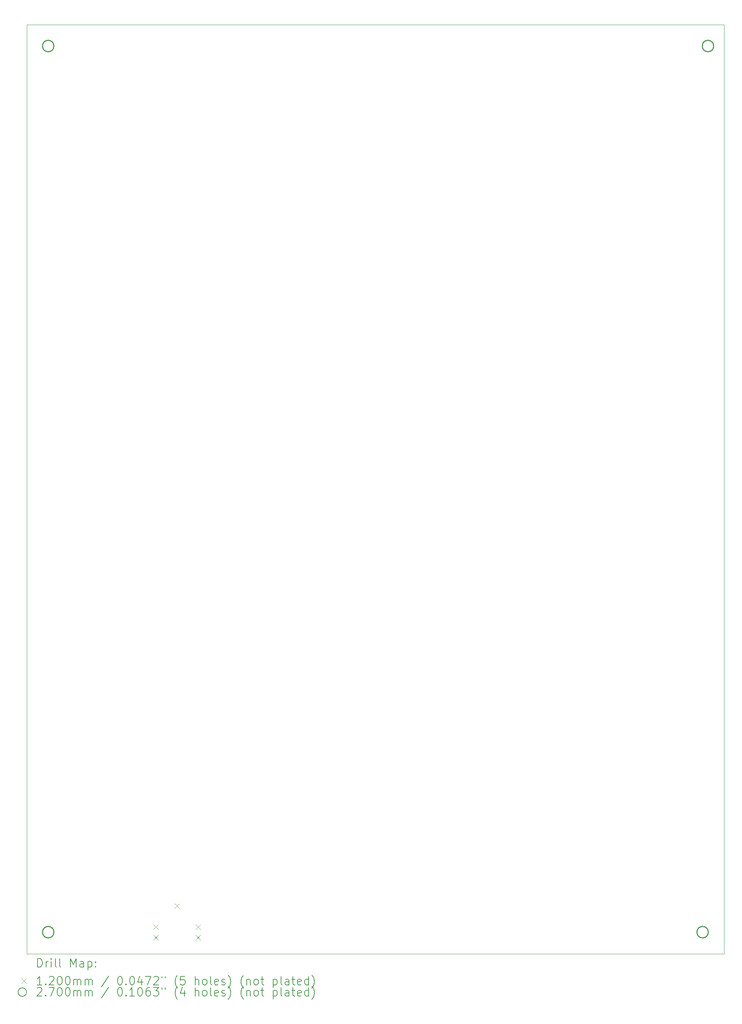
<source format=gbr>
%TF.GenerationSoftware,KiCad,Pcbnew,7.0.8*%
%TF.CreationDate,2023-11-23T11:52:35-06:00*%
%TF.ProjectId,calcvox-rounded,63616c63-766f-4782-9d72-6f756e646564,rev?*%
%TF.SameCoordinates,Original*%
%TF.FileFunction,Drillmap*%
%TF.FilePolarity,Positive*%
%FSLAX45Y45*%
G04 Gerber Fmt 4.5, Leading zero omitted, Abs format (unit mm)*
G04 Created by KiCad (PCBNEW 7.0.8) date 2023-11-23 11:52:35*
%MOMM*%
%LPD*%
G01*
G04 APERTURE LIST*
%ADD10C,0.100000*%
%ADD11C,0.200000*%
%ADD12C,0.120000*%
%ADD13C,0.270000*%
G04 APERTURE END LIST*
D10*
X37592000Y-35814000D02*
X21082000Y-35814000D01*
X21082000Y-13843000D01*
X37592000Y-13843000D01*
X37592000Y-35814000D01*
D11*
D12*
X24078000Y-35123000D02*
X24198000Y-35243000D01*
X24198000Y-35123000D02*
X24078000Y-35243000D01*
X24078000Y-35373000D02*
X24198000Y-35493000D01*
X24198000Y-35373000D02*
X24078000Y-35493000D01*
X24578000Y-34623000D02*
X24698000Y-34743000D01*
X24698000Y-34623000D02*
X24578000Y-34743000D01*
X25078000Y-35123000D02*
X25198000Y-35243000D01*
X25198000Y-35123000D02*
X25078000Y-35243000D01*
X25078000Y-35373000D02*
X25198000Y-35493000D01*
X25198000Y-35373000D02*
X25078000Y-35493000D01*
D13*
X21725000Y-14351000D02*
G75*
G03*
X21725000Y-14351000I-135000J0D01*
G01*
X21725000Y-35306000D02*
G75*
G03*
X21725000Y-35306000I-135000J0D01*
G01*
X37219000Y-35306000D02*
G75*
G03*
X37219000Y-35306000I-135000J0D01*
G01*
X37346000Y-14351000D02*
G75*
G03*
X37346000Y-14351000I-135000J0D01*
G01*
D11*
X21337777Y-36130484D02*
X21337777Y-35930484D01*
X21337777Y-35930484D02*
X21385396Y-35930484D01*
X21385396Y-35930484D02*
X21413967Y-35940008D01*
X21413967Y-35940008D02*
X21433015Y-35959055D01*
X21433015Y-35959055D02*
X21442539Y-35978103D01*
X21442539Y-35978103D02*
X21452063Y-36016198D01*
X21452063Y-36016198D02*
X21452063Y-36044770D01*
X21452063Y-36044770D02*
X21442539Y-36082865D01*
X21442539Y-36082865D02*
X21433015Y-36101912D01*
X21433015Y-36101912D02*
X21413967Y-36120960D01*
X21413967Y-36120960D02*
X21385396Y-36130484D01*
X21385396Y-36130484D02*
X21337777Y-36130484D01*
X21537777Y-36130484D02*
X21537777Y-35997150D01*
X21537777Y-36035246D02*
X21547301Y-36016198D01*
X21547301Y-36016198D02*
X21556824Y-36006674D01*
X21556824Y-36006674D02*
X21575872Y-35997150D01*
X21575872Y-35997150D02*
X21594920Y-35997150D01*
X21661586Y-36130484D02*
X21661586Y-35997150D01*
X21661586Y-35930484D02*
X21652063Y-35940008D01*
X21652063Y-35940008D02*
X21661586Y-35949531D01*
X21661586Y-35949531D02*
X21671110Y-35940008D01*
X21671110Y-35940008D02*
X21661586Y-35930484D01*
X21661586Y-35930484D02*
X21661586Y-35949531D01*
X21785396Y-36130484D02*
X21766348Y-36120960D01*
X21766348Y-36120960D02*
X21756824Y-36101912D01*
X21756824Y-36101912D02*
X21756824Y-35930484D01*
X21890158Y-36130484D02*
X21871110Y-36120960D01*
X21871110Y-36120960D02*
X21861586Y-36101912D01*
X21861586Y-36101912D02*
X21861586Y-35930484D01*
X22118729Y-36130484D02*
X22118729Y-35930484D01*
X22118729Y-35930484D02*
X22185396Y-36073341D01*
X22185396Y-36073341D02*
X22252063Y-35930484D01*
X22252063Y-35930484D02*
X22252063Y-36130484D01*
X22433015Y-36130484D02*
X22433015Y-36025722D01*
X22433015Y-36025722D02*
X22423491Y-36006674D01*
X22423491Y-36006674D02*
X22404443Y-35997150D01*
X22404443Y-35997150D02*
X22366348Y-35997150D01*
X22366348Y-35997150D02*
X22347301Y-36006674D01*
X22433015Y-36120960D02*
X22413967Y-36130484D01*
X22413967Y-36130484D02*
X22366348Y-36130484D01*
X22366348Y-36130484D02*
X22347301Y-36120960D01*
X22347301Y-36120960D02*
X22337777Y-36101912D01*
X22337777Y-36101912D02*
X22337777Y-36082865D01*
X22337777Y-36082865D02*
X22347301Y-36063817D01*
X22347301Y-36063817D02*
X22366348Y-36054293D01*
X22366348Y-36054293D02*
X22413967Y-36054293D01*
X22413967Y-36054293D02*
X22433015Y-36044770D01*
X22528253Y-35997150D02*
X22528253Y-36197150D01*
X22528253Y-36006674D02*
X22547301Y-35997150D01*
X22547301Y-35997150D02*
X22585396Y-35997150D01*
X22585396Y-35997150D02*
X22604443Y-36006674D01*
X22604443Y-36006674D02*
X22613967Y-36016198D01*
X22613967Y-36016198D02*
X22623491Y-36035246D01*
X22623491Y-36035246D02*
X22623491Y-36092389D01*
X22623491Y-36092389D02*
X22613967Y-36111436D01*
X22613967Y-36111436D02*
X22604443Y-36120960D01*
X22604443Y-36120960D02*
X22585396Y-36130484D01*
X22585396Y-36130484D02*
X22547301Y-36130484D01*
X22547301Y-36130484D02*
X22528253Y-36120960D01*
X22709205Y-36111436D02*
X22718729Y-36120960D01*
X22718729Y-36120960D02*
X22709205Y-36130484D01*
X22709205Y-36130484D02*
X22699682Y-36120960D01*
X22699682Y-36120960D02*
X22709205Y-36111436D01*
X22709205Y-36111436D02*
X22709205Y-36130484D01*
X22709205Y-36006674D02*
X22718729Y-36016198D01*
X22718729Y-36016198D02*
X22709205Y-36025722D01*
X22709205Y-36025722D02*
X22699682Y-36016198D01*
X22699682Y-36016198D02*
X22709205Y-36006674D01*
X22709205Y-36006674D02*
X22709205Y-36025722D01*
D12*
X20957000Y-36399000D02*
X21077000Y-36519000D01*
X21077000Y-36399000D02*
X20957000Y-36519000D01*
D11*
X21442539Y-36550484D02*
X21328253Y-36550484D01*
X21385396Y-36550484D02*
X21385396Y-36350484D01*
X21385396Y-36350484D02*
X21366348Y-36379055D01*
X21366348Y-36379055D02*
X21347301Y-36398103D01*
X21347301Y-36398103D02*
X21328253Y-36407627D01*
X21528253Y-36531436D02*
X21537777Y-36540960D01*
X21537777Y-36540960D02*
X21528253Y-36550484D01*
X21528253Y-36550484D02*
X21518729Y-36540960D01*
X21518729Y-36540960D02*
X21528253Y-36531436D01*
X21528253Y-36531436D02*
X21528253Y-36550484D01*
X21613967Y-36369531D02*
X21623491Y-36360008D01*
X21623491Y-36360008D02*
X21642539Y-36350484D01*
X21642539Y-36350484D02*
X21690158Y-36350484D01*
X21690158Y-36350484D02*
X21709205Y-36360008D01*
X21709205Y-36360008D02*
X21718729Y-36369531D01*
X21718729Y-36369531D02*
X21728253Y-36388579D01*
X21728253Y-36388579D02*
X21728253Y-36407627D01*
X21728253Y-36407627D02*
X21718729Y-36436198D01*
X21718729Y-36436198D02*
X21604444Y-36550484D01*
X21604444Y-36550484D02*
X21728253Y-36550484D01*
X21852063Y-36350484D02*
X21871110Y-36350484D01*
X21871110Y-36350484D02*
X21890158Y-36360008D01*
X21890158Y-36360008D02*
X21899682Y-36369531D01*
X21899682Y-36369531D02*
X21909205Y-36388579D01*
X21909205Y-36388579D02*
X21918729Y-36426674D01*
X21918729Y-36426674D02*
X21918729Y-36474293D01*
X21918729Y-36474293D02*
X21909205Y-36512389D01*
X21909205Y-36512389D02*
X21899682Y-36531436D01*
X21899682Y-36531436D02*
X21890158Y-36540960D01*
X21890158Y-36540960D02*
X21871110Y-36550484D01*
X21871110Y-36550484D02*
X21852063Y-36550484D01*
X21852063Y-36550484D02*
X21833015Y-36540960D01*
X21833015Y-36540960D02*
X21823491Y-36531436D01*
X21823491Y-36531436D02*
X21813967Y-36512389D01*
X21813967Y-36512389D02*
X21804444Y-36474293D01*
X21804444Y-36474293D02*
X21804444Y-36426674D01*
X21804444Y-36426674D02*
X21813967Y-36388579D01*
X21813967Y-36388579D02*
X21823491Y-36369531D01*
X21823491Y-36369531D02*
X21833015Y-36360008D01*
X21833015Y-36360008D02*
X21852063Y-36350484D01*
X22042539Y-36350484D02*
X22061586Y-36350484D01*
X22061586Y-36350484D02*
X22080634Y-36360008D01*
X22080634Y-36360008D02*
X22090158Y-36369531D01*
X22090158Y-36369531D02*
X22099682Y-36388579D01*
X22099682Y-36388579D02*
X22109205Y-36426674D01*
X22109205Y-36426674D02*
X22109205Y-36474293D01*
X22109205Y-36474293D02*
X22099682Y-36512389D01*
X22099682Y-36512389D02*
X22090158Y-36531436D01*
X22090158Y-36531436D02*
X22080634Y-36540960D01*
X22080634Y-36540960D02*
X22061586Y-36550484D01*
X22061586Y-36550484D02*
X22042539Y-36550484D01*
X22042539Y-36550484D02*
X22023491Y-36540960D01*
X22023491Y-36540960D02*
X22013967Y-36531436D01*
X22013967Y-36531436D02*
X22004444Y-36512389D01*
X22004444Y-36512389D02*
X21994920Y-36474293D01*
X21994920Y-36474293D02*
X21994920Y-36426674D01*
X21994920Y-36426674D02*
X22004444Y-36388579D01*
X22004444Y-36388579D02*
X22013967Y-36369531D01*
X22013967Y-36369531D02*
X22023491Y-36360008D01*
X22023491Y-36360008D02*
X22042539Y-36350484D01*
X22194920Y-36550484D02*
X22194920Y-36417150D01*
X22194920Y-36436198D02*
X22204444Y-36426674D01*
X22204444Y-36426674D02*
X22223491Y-36417150D01*
X22223491Y-36417150D02*
X22252063Y-36417150D01*
X22252063Y-36417150D02*
X22271110Y-36426674D01*
X22271110Y-36426674D02*
X22280634Y-36445722D01*
X22280634Y-36445722D02*
X22280634Y-36550484D01*
X22280634Y-36445722D02*
X22290158Y-36426674D01*
X22290158Y-36426674D02*
X22309205Y-36417150D01*
X22309205Y-36417150D02*
X22337777Y-36417150D01*
X22337777Y-36417150D02*
X22356825Y-36426674D01*
X22356825Y-36426674D02*
X22366348Y-36445722D01*
X22366348Y-36445722D02*
X22366348Y-36550484D01*
X22461586Y-36550484D02*
X22461586Y-36417150D01*
X22461586Y-36436198D02*
X22471110Y-36426674D01*
X22471110Y-36426674D02*
X22490158Y-36417150D01*
X22490158Y-36417150D02*
X22518729Y-36417150D01*
X22518729Y-36417150D02*
X22537777Y-36426674D01*
X22537777Y-36426674D02*
X22547301Y-36445722D01*
X22547301Y-36445722D02*
X22547301Y-36550484D01*
X22547301Y-36445722D02*
X22556824Y-36426674D01*
X22556824Y-36426674D02*
X22575872Y-36417150D01*
X22575872Y-36417150D02*
X22604443Y-36417150D01*
X22604443Y-36417150D02*
X22623491Y-36426674D01*
X22623491Y-36426674D02*
X22633015Y-36445722D01*
X22633015Y-36445722D02*
X22633015Y-36550484D01*
X23023491Y-36340960D02*
X22852063Y-36598103D01*
X23280634Y-36350484D02*
X23299682Y-36350484D01*
X23299682Y-36350484D02*
X23318729Y-36360008D01*
X23318729Y-36360008D02*
X23328253Y-36369531D01*
X23328253Y-36369531D02*
X23337777Y-36388579D01*
X23337777Y-36388579D02*
X23347301Y-36426674D01*
X23347301Y-36426674D02*
X23347301Y-36474293D01*
X23347301Y-36474293D02*
X23337777Y-36512389D01*
X23337777Y-36512389D02*
X23328253Y-36531436D01*
X23328253Y-36531436D02*
X23318729Y-36540960D01*
X23318729Y-36540960D02*
X23299682Y-36550484D01*
X23299682Y-36550484D02*
X23280634Y-36550484D01*
X23280634Y-36550484D02*
X23261586Y-36540960D01*
X23261586Y-36540960D02*
X23252063Y-36531436D01*
X23252063Y-36531436D02*
X23242539Y-36512389D01*
X23242539Y-36512389D02*
X23233015Y-36474293D01*
X23233015Y-36474293D02*
X23233015Y-36426674D01*
X23233015Y-36426674D02*
X23242539Y-36388579D01*
X23242539Y-36388579D02*
X23252063Y-36369531D01*
X23252063Y-36369531D02*
X23261586Y-36360008D01*
X23261586Y-36360008D02*
X23280634Y-36350484D01*
X23433015Y-36531436D02*
X23442539Y-36540960D01*
X23442539Y-36540960D02*
X23433015Y-36550484D01*
X23433015Y-36550484D02*
X23423491Y-36540960D01*
X23423491Y-36540960D02*
X23433015Y-36531436D01*
X23433015Y-36531436D02*
X23433015Y-36550484D01*
X23566348Y-36350484D02*
X23585396Y-36350484D01*
X23585396Y-36350484D02*
X23604444Y-36360008D01*
X23604444Y-36360008D02*
X23613967Y-36369531D01*
X23613967Y-36369531D02*
X23623491Y-36388579D01*
X23623491Y-36388579D02*
X23633015Y-36426674D01*
X23633015Y-36426674D02*
X23633015Y-36474293D01*
X23633015Y-36474293D02*
X23623491Y-36512389D01*
X23623491Y-36512389D02*
X23613967Y-36531436D01*
X23613967Y-36531436D02*
X23604444Y-36540960D01*
X23604444Y-36540960D02*
X23585396Y-36550484D01*
X23585396Y-36550484D02*
X23566348Y-36550484D01*
X23566348Y-36550484D02*
X23547301Y-36540960D01*
X23547301Y-36540960D02*
X23537777Y-36531436D01*
X23537777Y-36531436D02*
X23528253Y-36512389D01*
X23528253Y-36512389D02*
X23518729Y-36474293D01*
X23518729Y-36474293D02*
X23518729Y-36426674D01*
X23518729Y-36426674D02*
X23528253Y-36388579D01*
X23528253Y-36388579D02*
X23537777Y-36369531D01*
X23537777Y-36369531D02*
X23547301Y-36360008D01*
X23547301Y-36360008D02*
X23566348Y-36350484D01*
X23804444Y-36417150D02*
X23804444Y-36550484D01*
X23756825Y-36340960D02*
X23709206Y-36483817D01*
X23709206Y-36483817D02*
X23833015Y-36483817D01*
X23890158Y-36350484D02*
X24023491Y-36350484D01*
X24023491Y-36350484D02*
X23937777Y-36550484D01*
X24090158Y-36369531D02*
X24099682Y-36360008D01*
X24099682Y-36360008D02*
X24118729Y-36350484D01*
X24118729Y-36350484D02*
X24166348Y-36350484D01*
X24166348Y-36350484D02*
X24185396Y-36360008D01*
X24185396Y-36360008D02*
X24194920Y-36369531D01*
X24194920Y-36369531D02*
X24204444Y-36388579D01*
X24204444Y-36388579D02*
X24204444Y-36407627D01*
X24204444Y-36407627D02*
X24194920Y-36436198D01*
X24194920Y-36436198D02*
X24080634Y-36550484D01*
X24080634Y-36550484D02*
X24204444Y-36550484D01*
X24280634Y-36350484D02*
X24280634Y-36388579D01*
X24356825Y-36350484D02*
X24356825Y-36388579D01*
X24652063Y-36626674D02*
X24642539Y-36617150D01*
X24642539Y-36617150D02*
X24623491Y-36588579D01*
X24623491Y-36588579D02*
X24613968Y-36569531D01*
X24613968Y-36569531D02*
X24604444Y-36540960D01*
X24604444Y-36540960D02*
X24594920Y-36493341D01*
X24594920Y-36493341D02*
X24594920Y-36455246D01*
X24594920Y-36455246D02*
X24604444Y-36407627D01*
X24604444Y-36407627D02*
X24613968Y-36379055D01*
X24613968Y-36379055D02*
X24623491Y-36360008D01*
X24623491Y-36360008D02*
X24642539Y-36331436D01*
X24642539Y-36331436D02*
X24652063Y-36321912D01*
X24823491Y-36350484D02*
X24728253Y-36350484D01*
X24728253Y-36350484D02*
X24718729Y-36445722D01*
X24718729Y-36445722D02*
X24728253Y-36436198D01*
X24728253Y-36436198D02*
X24747301Y-36426674D01*
X24747301Y-36426674D02*
X24794920Y-36426674D01*
X24794920Y-36426674D02*
X24813968Y-36436198D01*
X24813968Y-36436198D02*
X24823491Y-36445722D01*
X24823491Y-36445722D02*
X24833015Y-36464770D01*
X24833015Y-36464770D02*
X24833015Y-36512389D01*
X24833015Y-36512389D02*
X24823491Y-36531436D01*
X24823491Y-36531436D02*
X24813968Y-36540960D01*
X24813968Y-36540960D02*
X24794920Y-36550484D01*
X24794920Y-36550484D02*
X24747301Y-36550484D01*
X24747301Y-36550484D02*
X24728253Y-36540960D01*
X24728253Y-36540960D02*
X24718729Y-36531436D01*
X25071110Y-36550484D02*
X25071110Y-36350484D01*
X25156825Y-36550484D02*
X25156825Y-36445722D01*
X25156825Y-36445722D02*
X25147301Y-36426674D01*
X25147301Y-36426674D02*
X25128253Y-36417150D01*
X25128253Y-36417150D02*
X25099682Y-36417150D01*
X25099682Y-36417150D02*
X25080634Y-36426674D01*
X25080634Y-36426674D02*
X25071110Y-36436198D01*
X25280634Y-36550484D02*
X25261587Y-36540960D01*
X25261587Y-36540960D02*
X25252063Y-36531436D01*
X25252063Y-36531436D02*
X25242539Y-36512389D01*
X25242539Y-36512389D02*
X25242539Y-36455246D01*
X25242539Y-36455246D02*
X25252063Y-36436198D01*
X25252063Y-36436198D02*
X25261587Y-36426674D01*
X25261587Y-36426674D02*
X25280634Y-36417150D01*
X25280634Y-36417150D02*
X25309206Y-36417150D01*
X25309206Y-36417150D02*
X25328253Y-36426674D01*
X25328253Y-36426674D02*
X25337777Y-36436198D01*
X25337777Y-36436198D02*
X25347301Y-36455246D01*
X25347301Y-36455246D02*
X25347301Y-36512389D01*
X25347301Y-36512389D02*
X25337777Y-36531436D01*
X25337777Y-36531436D02*
X25328253Y-36540960D01*
X25328253Y-36540960D02*
X25309206Y-36550484D01*
X25309206Y-36550484D02*
X25280634Y-36550484D01*
X25461587Y-36550484D02*
X25442539Y-36540960D01*
X25442539Y-36540960D02*
X25433015Y-36521912D01*
X25433015Y-36521912D02*
X25433015Y-36350484D01*
X25613968Y-36540960D02*
X25594920Y-36550484D01*
X25594920Y-36550484D02*
X25556825Y-36550484D01*
X25556825Y-36550484D02*
X25537777Y-36540960D01*
X25537777Y-36540960D02*
X25528253Y-36521912D01*
X25528253Y-36521912D02*
X25528253Y-36445722D01*
X25528253Y-36445722D02*
X25537777Y-36426674D01*
X25537777Y-36426674D02*
X25556825Y-36417150D01*
X25556825Y-36417150D02*
X25594920Y-36417150D01*
X25594920Y-36417150D02*
X25613968Y-36426674D01*
X25613968Y-36426674D02*
X25623491Y-36445722D01*
X25623491Y-36445722D02*
X25623491Y-36464770D01*
X25623491Y-36464770D02*
X25528253Y-36483817D01*
X25699682Y-36540960D02*
X25718730Y-36550484D01*
X25718730Y-36550484D02*
X25756825Y-36550484D01*
X25756825Y-36550484D02*
X25775872Y-36540960D01*
X25775872Y-36540960D02*
X25785396Y-36521912D01*
X25785396Y-36521912D02*
X25785396Y-36512389D01*
X25785396Y-36512389D02*
X25775872Y-36493341D01*
X25775872Y-36493341D02*
X25756825Y-36483817D01*
X25756825Y-36483817D02*
X25728253Y-36483817D01*
X25728253Y-36483817D02*
X25709206Y-36474293D01*
X25709206Y-36474293D02*
X25699682Y-36455246D01*
X25699682Y-36455246D02*
X25699682Y-36445722D01*
X25699682Y-36445722D02*
X25709206Y-36426674D01*
X25709206Y-36426674D02*
X25728253Y-36417150D01*
X25728253Y-36417150D02*
X25756825Y-36417150D01*
X25756825Y-36417150D02*
X25775872Y-36426674D01*
X25852063Y-36626674D02*
X25861587Y-36617150D01*
X25861587Y-36617150D02*
X25880634Y-36588579D01*
X25880634Y-36588579D02*
X25890158Y-36569531D01*
X25890158Y-36569531D02*
X25899682Y-36540960D01*
X25899682Y-36540960D02*
X25909206Y-36493341D01*
X25909206Y-36493341D02*
X25909206Y-36455246D01*
X25909206Y-36455246D02*
X25899682Y-36407627D01*
X25899682Y-36407627D02*
X25890158Y-36379055D01*
X25890158Y-36379055D02*
X25880634Y-36360008D01*
X25880634Y-36360008D02*
X25861587Y-36331436D01*
X25861587Y-36331436D02*
X25852063Y-36321912D01*
X26213968Y-36626674D02*
X26204444Y-36617150D01*
X26204444Y-36617150D02*
X26185396Y-36588579D01*
X26185396Y-36588579D02*
X26175872Y-36569531D01*
X26175872Y-36569531D02*
X26166349Y-36540960D01*
X26166349Y-36540960D02*
X26156825Y-36493341D01*
X26156825Y-36493341D02*
X26156825Y-36455246D01*
X26156825Y-36455246D02*
X26166349Y-36407627D01*
X26166349Y-36407627D02*
X26175872Y-36379055D01*
X26175872Y-36379055D02*
X26185396Y-36360008D01*
X26185396Y-36360008D02*
X26204444Y-36331436D01*
X26204444Y-36331436D02*
X26213968Y-36321912D01*
X26290158Y-36417150D02*
X26290158Y-36550484D01*
X26290158Y-36436198D02*
X26299682Y-36426674D01*
X26299682Y-36426674D02*
X26318730Y-36417150D01*
X26318730Y-36417150D02*
X26347301Y-36417150D01*
X26347301Y-36417150D02*
X26366349Y-36426674D01*
X26366349Y-36426674D02*
X26375872Y-36445722D01*
X26375872Y-36445722D02*
X26375872Y-36550484D01*
X26499682Y-36550484D02*
X26480634Y-36540960D01*
X26480634Y-36540960D02*
X26471111Y-36531436D01*
X26471111Y-36531436D02*
X26461587Y-36512389D01*
X26461587Y-36512389D02*
X26461587Y-36455246D01*
X26461587Y-36455246D02*
X26471111Y-36436198D01*
X26471111Y-36436198D02*
X26480634Y-36426674D01*
X26480634Y-36426674D02*
X26499682Y-36417150D01*
X26499682Y-36417150D02*
X26528253Y-36417150D01*
X26528253Y-36417150D02*
X26547301Y-36426674D01*
X26547301Y-36426674D02*
X26556825Y-36436198D01*
X26556825Y-36436198D02*
X26566349Y-36455246D01*
X26566349Y-36455246D02*
X26566349Y-36512389D01*
X26566349Y-36512389D02*
X26556825Y-36531436D01*
X26556825Y-36531436D02*
X26547301Y-36540960D01*
X26547301Y-36540960D02*
X26528253Y-36550484D01*
X26528253Y-36550484D02*
X26499682Y-36550484D01*
X26623492Y-36417150D02*
X26699682Y-36417150D01*
X26652063Y-36350484D02*
X26652063Y-36521912D01*
X26652063Y-36521912D02*
X26661587Y-36540960D01*
X26661587Y-36540960D02*
X26680634Y-36550484D01*
X26680634Y-36550484D02*
X26699682Y-36550484D01*
X26918730Y-36417150D02*
X26918730Y-36617150D01*
X26918730Y-36426674D02*
X26937777Y-36417150D01*
X26937777Y-36417150D02*
X26975873Y-36417150D01*
X26975873Y-36417150D02*
X26994920Y-36426674D01*
X26994920Y-36426674D02*
X27004444Y-36436198D01*
X27004444Y-36436198D02*
X27013968Y-36455246D01*
X27013968Y-36455246D02*
X27013968Y-36512389D01*
X27013968Y-36512389D02*
X27004444Y-36531436D01*
X27004444Y-36531436D02*
X26994920Y-36540960D01*
X26994920Y-36540960D02*
X26975873Y-36550484D01*
X26975873Y-36550484D02*
X26937777Y-36550484D01*
X26937777Y-36550484D02*
X26918730Y-36540960D01*
X27128253Y-36550484D02*
X27109206Y-36540960D01*
X27109206Y-36540960D02*
X27099682Y-36521912D01*
X27099682Y-36521912D02*
X27099682Y-36350484D01*
X27290158Y-36550484D02*
X27290158Y-36445722D01*
X27290158Y-36445722D02*
X27280634Y-36426674D01*
X27280634Y-36426674D02*
X27261587Y-36417150D01*
X27261587Y-36417150D02*
X27223492Y-36417150D01*
X27223492Y-36417150D02*
X27204444Y-36426674D01*
X27290158Y-36540960D02*
X27271111Y-36550484D01*
X27271111Y-36550484D02*
X27223492Y-36550484D01*
X27223492Y-36550484D02*
X27204444Y-36540960D01*
X27204444Y-36540960D02*
X27194920Y-36521912D01*
X27194920Y-36521912D02*
X27194920Y-36502865D01*
X27194920Y-36502865D02*
X27204444Y-36483817D01*
X27204444Y-36483817D02*
X27223492Y-36474293D01*
X27223492Y-36474293D02*
X27271111Y-36474293D01*
X27271111Y-36474293D02*
X27290158Y-36464770D01*
X27356825Y-36417150D02*
X27433015Y-36417150D01*
X27385396Y-36350484D02*
X27385396Y-36521912D01*
X27385396Y-36521912D02*
X27394920Y-36540960D01*
X27394920Y-36540960D02*
X27413968Y-36550484D01*
X27413968Y-36550484D02*
X27433015Y-36550484D01*
X27575873Y-36540960D02*
X27556825Y-36550484D01*
X27556825Y-36550484D02*
X27518730Y-36550484D01*
X27518730Y-36550484D02*
X27499682Y-36540960D01*
X27499682Y-36540960D02*
X27490158Y-36521912D01*
X27490158Y-36521912D02*
X27490158Y-36445722D01*
X27490158Y-36445722D02*
X27499682Y-36426674D01*
X27499682Y-36426674D02*
X27518730Y-36417150D01*
X27518730Y-36417150D02*
X27556825Y-36417150D01*
X27556825Y-36417150D02*
X27575873Y-36426674D01*
X27575873Y-36426674D02*
X27585396Y-36445722D01*
X27585396Y-36445722D02*
X27585396Y-36464770D01*
X27585396Y-36464770D02*
X27490158Y-36483817D01*
X27756825Y-36550484D02*
X27756825Y-36350484D01*
X27756825Y-36540960D02*
X27737777Y-36550484D01*
X27737777Y-36550484D02*
X27699682Y-36550484D01*
X27699682Y-36550484D02*
X27680634Y-36540960D01*
X27680634Y-36540960D02*
X27671111Y-36531436D01*
X27671111Y-36531436D02*
X27661587Y-36512389D01*
X27661587Y-36512389D02*
X27661587Y-36455246D01*
X27661587Y-36455246D02*
X27671111Y-36436198D01*
X27671111Y-36436198D02*
X27680634Y-36426674D01*
X27680634Y-36426674D02*
X27699682Y-36417150D01*
X27699682Y-36417150D02*
X27737777Y-36417150D01*
X27737777Y-36417150D02*
X27756825Y-36426674D01*
X27833015Y-36626674D02*
X27842539Y-36617150D01*
X27842539Y-36617150D02*
X27861587Y-36588579D01*
X27861587Y-36588579D02*
X27871111Y-36569531D01*
X27871111Y-36569531D02*
X27880634Y-36540960D01*
X27880634Y-36540960D02*
X27890158Y-36493341D01*
X27890158Y-36493341D02*
X27890158Y-36455246D01*
X27890158Y-36455246D02*
X27880634Y-36407627D01*
X27880634Y-36407627D02*
X27871111Y-36379055D01*
X27871111Y-36379055D02*
X27861587Y-36360008D01*
X27861587Y-36360008D02*
X27842539Y-36331436D01*
X27842539Y-36331436D02*
X27833015Y-36321912D01*
X21077000Y-36723000D02*
G75*
G03*
X21077000Y-36723000I-100000J0D01*
G01*
X21328253Y-36633531D02*
X21337777Y-36624008D01*
X21337777Y-36624008D02*
X21356824Y-36614484D01*
X21356824Y-36614484D02*
X21404444Y-36614484D01*
X21404444Y-36614484D02*
X21423491Y-36624008D01*
X21423491Y-36624008D02*
X21433015Y-36633531D01*
X21433015Y-36633531D02*
X21442539Y-36652579D01*
X21442539Y-36652579D02*
X21442539Y-36671627D01*
X21442539Y-36671627D02*
X21433015Y-36700198D01*
X21433015Y-36700198D02*
X21318729Y-36814484D01*
X21318729Y-36814484D02*
X21442539Y-36814484D01*
X21528253Y-36795436D02*
X21537777Y-36804960D01*
X21537777Y-36804960D02*
X21528253Y-36814484D01*
X21528253Y-36814484D02*
X21518729Y-36804960D01*
X21518729Y-36804960D02*
X21528253Y-36795436D01*
X21528253Y-36795436D02*
X21528253Y-36814484D01*
X21604444Y-36614484D02*
X21737777Y-36614484D01*
X21737777Y-36614484D02*
X21652063Y-36814484D01*
X21852063Y-36614484D02*
X21871110Y-36614484D01*
X21871110Y-36614484D02*
X21890158Y-36624008D01*
X21890158Y-36624008D02*
X21899682Y-36633531D01*
X21899682Y-36633531D02*
X21909205Y-36652579D01*
X21909205Y-36652579D02*
X21918729Y-36690674D01*
X21918729Y-36690674D02*
X21918729Y-36738293D01*
X21918729Y-36738293D02*
X21909205Y-36776389D01*
X21909205Y-36776389D02*
X21899682Y-36795436D01*
X21899682Y-36795436D02*
X21890158Y-36804960D01*
X21890158Y-36804960D02*
X21871110Y-36814484D01*
X21871110Y-36814484D02*
X21852063Y-36814484D01*
X21852063Y-36814484D02*
X21833015Y-36804960D01*
X21833015Y-36804960D02*
X21823491Y-36795436D01*
X21823491Y-36795436D02*
X21813967Y-36776389D01*
X21813967Y-36776389D02*
X21804444Y-36738293D01*
X21804444Y-36738293D02*
X21804444Y-36690674D01*
X21804444Y-36690674D02*
X21813967Y-36652579D01*
X21813967Y-36652579D02*
X21823491Y-36633531D01*
X21823491Y-36633531D02*
X21833015Y-36624008D01*
X21833015Y-36624008D02*
X21852063Y-36614484D01*
X22042539Y-36614484D02*
X22061586Y-36614484D01*
X22061586Y-36614484D02*
X22080634Y-36624008D01*
X22080634Y-36624008D02*
X22090158Y-36633531D01*
X22090158Y-36633531D02*
X22099682Y-36652579D01*
X22099682Y-36652579D02*
X22109205Y-36690674D01*
X22109205Y-36690674D02*
X22109205Y-36738293D01*
X22109205Y-36738293D02*
X22099682Y-36776389D01*
X22099682Y-36776389D02*
X22090158Y-36795436D01*
X22090158Y-36795436D02*
X22080634Y-36804960D01*
X22080634Y-36804960D02*
X22061586Y-36814484D01*
X22061586Y-36814484D02*
X22042539Y-36814484D01*
X22042539Y-36814484D02*
X22023491Y-36804960D01*
X22023491Y-36804960D02*
X22013967Y-36795436D01*
X22013967Y-36795436D02*
X22004444Y-36776389D01*
X22004444Y-36776389D02*
X21994920Y-36738293D01*
X21994920Y-36738293D02*
X21994920Y-36690674D01*
X21994920Y-36690674D02*
X22004444Y-36652579D01*
X22004444Y-36652579D02*
X22013967Y-36633531D01*
X22013967Y-36633531D02*
X22023491Y-36624008D01*
X22023491Y-36624008D02*
X22042539Y-36614484D01*
X22194920Y-36814484D02*
X22194920Y-36681150D01*
X22194920Y-36700198D02*
X22204444Y-36690674D01*
X22204444Y-36690674D02*
X22223491Y-36681150D01*
X22223491Y-36681150D02*
X22252063Y-36681150D01*
X22252063Y-36681150D02*
X22271110Y-36690674D01*
X22271110Y-36690674D02*
X22280634Y-36709722D01*
X22280634Y-36709722D02*
X22280634Y-36814484D01*
X22280634Y-36709722D02*
X22290158Y-36690674D01*
X22290158Y-36690674D02*
X22309205Y-36681150D01*
X22309205Y-36681150D02*
X22337777Y-36681150D01*
X22337777Y-36681150D02*
X22356825Y-36690674D01*
X22356825Y-36690674D02*
X22366348Y-36709722D01*
X22366348Y-36709722D02*
X22366348Y-36814484D01*
X22461586Y-36814484D02*
X22461586Y-36681150D01*
X22461586Y-36700198D02*
X22471110Y-36690674D01*
X22471110Y-36690674D02*
X22490158Y-36681150D01*
X22490158Y-36681150D02*
X22518729Y-36681150D01*
X22518729Y-36681150D02*
X22537777Y-36690674D01*
X22537777Y-36690674D02*
X22547301Y-36709722D01*
X22547301Y-36709722D02*
X22547301Y-36814484D01*
X22547301Y-36709722D02*
X22556824Y-36690674D01*
X22556824Y-36690674D02*
X22575872Y-36681150D01*
X22575872Y-36681150D02*
X22604443Y-36681150D01*
X22604443Y-36681150D02*
X22623491Y-36690674D01*
X22623491Y-36690674D02*
X22633015Y-36709722D01*
X22633015Y-36709722D02*
X22633015Y-36814484D01*
X23023491Y-36604960D02*
X22852063Y-36862103D01*
X23280634Y-36614484D02*
X23299682Y-36614484D01*
X23299682Y-36614484D02*
X23318729Y-36624008D01*
X23318729Y-36624008D02*
X23328253Y-36633531D01*
X23328253Y-36633531D02*
X23337777Y-36652579D01*
X23337777Y-36652579D02*
X23347301Y-36690674D01*
X23347301Y-36690674D02*
X23347301Y-36738293D01*
X23347301Y-36738293D02*
X23337777Y-36776389D01*
X23337777Y-36776389D02*
X23328253Y-36795436D01*
X23328253Y-36795436D02*
X23318729Y-36804960D01*
X23318729Y-36804960D02*
X23299682Y-36814484D01*
X23299682Y-36814484D02*
X23280634Y-36814484D01*
X23280634Y-36814484D02*
X23261586Y-36804960D01*
X23261586Y-36804960D02*
X23252063Y-36795436D01*
X23252063Y-36795436D02*
X23242539Y-36776389D01*
X23242539Y-36776389D02*
X23233015Y-36738293D01*
X23233015Y-36738293D02*
X23233015Y-36690674D01*
X23233015Y-36690674D02*
X23242539Y-36652579D01*
X23242539Y-36652579D02*
X23252063Y-36633531D01*
X23252063Y-36633531D02*
X23261586Y-36624008D01*
X23261586Y-36624008D02*
X23280634Y-36614484D01*
X23433015Y-36795436D02*
X23442539Y-36804960D01*
X23442539Y-36804960D02*
X23433015Y-36814484D01*
X23433015Y-36814484D02*
X23423491Y-36804960D01*
X23423491Y-36804960D02*
X23433015Y-36795436D01*
X23433015Y-36795436D02*
X23433015Y-36814484D01*
X23633015Y-36814484D02*
X23518729Y-36814484D01*
X23575872Y-36814484D02*
X23575872Y-36614484D01*
X23575872Y-36614484D02*
X23556825Y-36643055D01*
X23556825Y-36643055D02*
X23537777Y-36662103D01*
X23537777Y-36662103D02*
X23518729Y-36671627D01*
X23756825Y-36614484D02*
X23775872Y-36614484D01*
X23775872Y-36614484D02*
X23794920Y-36624008D01*
X23794920Y-36624008D02*
X23804444Y-36633531D01*
X23804444Y-36633531D02*
X23813967Y-36652579D01*
X23813967Y-36652579D02*
X23823491Y-36690674D01*
X23823491Y-36690674D02*
X23823491Y-36738293D01*
X23823491Y-36738293D02*
X23813967Y-36776389D01*
X23813967Y-36776389D02*
X23804444Y-36795436D01*
X23804444Y-36795436D02*
X23794920Y-36804960D01*
X23794920Y-36804960D02*
X23775872Y-36814484D01*
X23775872Y-36814484D02*
X23756825Y-36814484D01*
X23756825Y-36814484D02*
X23737777Y-36804960D01*
X23737777Y-36804960D02*
X23728253Y-36795436D01*
X23728253Y-36795436D02*
X23718729Y-36776389D01*
X23718729Y-36776389D02*
X23709206Y-36738293D01*
X23709206Y-36738293D02*
X23709206Y-36690674D01*
X23709206Y-36690674D02*
X23718729Y-36652579D01*
X23718729Y-36652579D02*
X23728253Y-36633531D01*
X23728253Y-36633531D02*
X23737777Y-36624008D01*
X23737777Y-36624008D02*
X23756825Y-36614484D01*
X23994920Y-36614484D02*
X23956825Y-36614484D01*
X23956825Y-36614484D02*
X23937777Y-36624008D01*
X23937777Y-36624008D02*
X23928253Y-36633531D01*
X23928253Y-36633531D02*
X23909206Y-36662103D01*
X23909206Y-36662103D02*
X23899682Y-36700198D01*
X23899682Y-36700198D02*
X23899682Y-36776389D01*
X23899682Y-36776389D02*
X23909206Y-36795436D01*
X23909206Y-36795436D02*
X23918729Y-36804960D01*
X23918729Y-36804960D02*
X23937777Y-36814484D01*
X23937777Y-36814484D02*
X23975872Y-36814484D01*
X23975872Y-36814484D02*
X23994920Y-36804960D01*
X23994920Y-36804960D02*
X24004444Y-36795436D01*
X24004444Y-36795436D02*
X24013967Y-36776389D01*
X24013967Y-36776389D02*
X24013967Y-36728770D01*
X24013967Y-36728770D02*
X24004444Y-36709722D01*
X24004444Y-36709722D02*
X23994920Y-36700198D01*
X23994920Y-36700198D02*
X23975872Y-36690674D01*
X23975872Y-36690674D02*
X23937777Y-36690674D01*
X23937777Y-36690674D02*
X23918729Y-36700198D01*
X23918729Y-36700198D02*
X23909206Y-36709722D01*
X23909206Y-36709722D02*
X23899682Y-36728770D01*
X24080634Y-36614484D02*
X24204444Y-36614484D01*
X24204444Y-36614484D02*
X24137777Y-36690674D01*
X24137777Y-36690674D02*
X24166348Y-36690674D01*
X24166348Y-36690674D02*
X24185396Y-36700198D01*
X24185396Y-36700198D02*
X24194920Y-36709722D01*
X24194920Y-36709722D02*
X24204444Y-36728770D01*
X24204444Y-36728770D02*
X24204444Y-36776389D01*
X24204444Y-36776389D02*
X24194920Y-36795436D01*
X24194920Y-36795436D02*
X24185396Y-36804960D01*
X24185396Y-36804960D02*
X24166348Y-36814484D01*
X24166348Y-36814484D02*
X24109206Y-36814484D01*
X24109206Y-36814484D02*
X24090158Y-36804960D01*
X24090158Y-36804960D02*
X24080634Y-36795436D01*
X24280634Y-36614484D02*
X24280634Y-36652579D01*
X24356825Y-36614484D02*
X24356825Y-36652579D01*
X24652063Y-36890674D02*
X24642539Y-36881150D01*
X24642539Y-36881150D02*
X24623491Y-36852579D01*
X24623491Y-36852579D02*
X24613968Y-36833531D01*
X24613968Y-36833531D02*
X24604444Y-36804960D01*
X24604444Y-36804960D02*
X24594920Y-36757341D01*
X24594920Y-36757341D02*
X24594920Y-36719246D01*
X24594920Y-36719246D02*
X24604444Y-36671627D01*
X24604444Y-36671627D02*
X24613968Y-36643055D01*
X24613968Y-36643055D02*
X24623491Y-36624008D01*
X24623491Y-36624008D02*
X24642539Y-36595436D01*
X24642539Y-36595436D02*
X24652063Y-36585912D01*
X24813968Y-36681150D02*
X24813968Y-36814484D01*
X24766348Y-36604960D02*
X24718729Y-36747817D01*
X24718729Y-36747817D02*
X24842539Y-36747817D01*
X25071110Y-36814484D02*
X25071110Y-36614484D01*
X25156825Y-36814484D02*
X25156825Y-36709722D01*
X25156825Y-36709722D02*
X25147301Y-36690674D01*
X25147301Y-36690674D02*
X25128253Y-36681150D01*
X25128253Y-36681150D02*
X25099682Y-36681150D01*
X25099682Y-36681150D02*
X25080634Y-36690674D01*
X25080634Y-36690674D02*
X25071110Y-36700198D01*
X25280634Y-36814484D02*
X25261587Y-36804960D01*
X25261587Y-36804960D02*
X25252063Y-36795436D01*
X25252063Y-36795436D02*
X25242539Y-36776389D01*
X25242539Y-36776389D02*
X25242539Y-36719246D01*
X25242539Y-36719246D02*
X25252063Y-36700198D01*
X25252063Y-36700198D02*
X25261587Y-36690674D01*
X25261587Y-36690674D02*
X25280634Y-36681150D01*
X25280634Y-36681150D02*
X25309206Y-36681150D01*
X25309206Y-36681150D02*
X25328253Y-36690674D01*
X25328253Y-36690674D02*
X25337777Y-36700198D01*
X25337777Y-36700198D02*
X25347301Y-36719246D01*
X25347301Y-36719246D02*
X25347301Y-36776389D01*
X25347301Y-36776389D02*
X25337777Y-36795436D01*
X25337777Y-36795436D02*
X25328253Y-36804960D01*
X25328253Y-36804960D02*
X25309206Y-36814484D01*
X25309206Y-36814484D02*
X25280634Y-36814484D01*
X25461587Y-36814484D02*
X25442539Y-36804960D01*
X25442539Y-36804960D02*
X25433015Y-36785912D01*
X25433015Y-36785912D02*
X25433015Y-36614484D01*
X25613968Y-36804960D02*
X25594920Y-36814484D01*
X25594920Y-36814484D02*
X25556825Y-36814484D01*
X25556825Y-36814484D02*
X25537777Y-36804960D01*
X25537777Y-36804960D02*
X25528253Y-36785912D01*
X25528253Y-36785912D02*
X25528253Y-36709722D01*
X25528253Y-36709722D02*
X25537777Y-36690674D01*
X25537777Y-36690674D02*
X25556825Y-36681150D01*
X25556825Y-36681150D02*
X25594920Y-36681150D01*
X25594920Y-36681150D02*
X25613968Y-36690674D01*
X25613968Y-36690674D02*
X25623491Y-36709722D01*
X25623491Y-36709722D02*
X25623491Y-36728770D01*
X25623491Y-36728770D02*
X25528253Y-36747817D01*
X25699682Y-36804960D02*
X25718730Y-36814484D01*
X25718730Y-36814484D02*
X25756825Y-36814484D01*
X25756825Y-36814484D02*
X25775872Y-36804960D01*
X25775872Y-36804960D02*
X25785396Y-36785912D01*
X25785396Y-36785912D02*
X25785396Y-36776389D01*
X25785396Y-36776389D02*
X25775872Y-36757341D01*
X25775872Y-36757341D02*
X25756825Y-36747817D01*
X25756825Y-36747817D02*
X25728253Y-36747817D01*
X25728253Y-36747817D02*
X25709206Y-36738293D01*
X25709206Y-36738293D02*
X25699682Y-36719246D01*
X25699682Y-36719246D02*
X25699682Y-36709722D01*
X25699682Y-36709722D02*
X25709206Y-36690674D01*
X25709206Y-36690674D02*
X25728253Y-36681150D01*
X25728253Y-36681150D02*
X25756825Y-36681150D01*
X25756825Y-36681150D02*
X25775872Y-36690674D01*
X25852063Y-36890674D02*
X25861587Y-36881150D01*
X25861587Y-36881150D02*
X25880634Y-36852579D01*
X25880634Y-36852579D02*
X25890158Y-36833531D01*
X25890158Y-36833531D02*
X25899682Y-36804960D01*
X25899682Y-36804960D02*
X25909206Y-36757341D01*
X25909206Y-36757341D02*
X25909206Y-36719246D01*
X25909206Y-36719246D02*
X25899682Y-36671627D01*
X25899682Y-36671627D02*
X25890158Y-36643055D01*
X25890158Y-36643055D02*
X25880634Y-36624008D01*
X25880634Y-36624008D02*
X25861587Y-36595436D01*
X25861587Y-36595436D02*
X25852063Y-36585912D01*
X26213968Y-36890674D02*
X26204444Y-36881150D01*
X26204444Y-36881150D02*
X26185396Y-36852579D01*
X26185396Y-36852579D02*
X26175872Y-36833531D01*
X26175872Y-36833531D02*
X26166349Y-36804960D01*
X26166349Y-36804960D02*
X26156825Y-36757341D01*
X26156825Y-36757341D02*
X26156825Y-36719246D01*
X26156825Y-36719246D02*
X26166349Y-36671627D01*
X26166349Y-36671627D02*
X26175872Y-36643055D01*
X26175872Y-36643055D02*
X26185396Y-36624008D01*
X26185396Y-36624008D02*
X26204444Y-36595436D01*
X26204444Y-36595436D02*
X26213968Y-36585912D01*
X26290158Y-36681150D02*
X26290158Y-36814484D01*
X26290158Y-36700198D02*
X26299682Y-36690674D01*
X26299682Y-36690674D02*
X26318730Y-36681150D01*
X26318730Y-36681150D02*
X26347301Y-36681150D01*
X26347301Y-36681150D02*
X26366349Y-36690674D01*
X26366349Y-36690674D02*
X26375872Y-36709722D01*
X26375872Y-36709722D02*
X26375872Y-36814484D01*
X26499682Y-36814484D02*
X26480634Y-36804960D01*
X26480634Y-36804960D02*
X26471111Y-36795436D01*
X26471111Y-36795436D02*
X26461587Y-36776389D01*
X26461587Y-36776389D02*
X26461587Y-36719246D01*
X26461587Y-36719246D02*
X26471111Y-36700198D01*
X26471111Y-36700198D02*
X26480634Y-36690674D01*
X26480634Y-36690674D02*
X26499682Y-36681150D01*
X26499682Y-36681150D02*
X26528253Y-36681150D01*
X26528253Y-36681150D02*
X26547301Y-36690674D01*
X26547301Y-36690674D02*
X26556825Y-36700198D01*
X26556825Y-36700198D02*
X26566349Y-36719246D01*
X26566349Y-36719246D02*
X26566349Y-36776389D01*
X26566349Y-36776389D02*
X26556825Y-36795436D01*
X26556825Y-36795436D02*
X26547301Y-36804960D01*
X26547301Y-36804960D02*
X26528253Y-36814484D01*
X26528253Y-36814484D02*
X26499682Y-36814484D01*
X26623492Y-36681150D02*
X26699682Y-36681150D01*
X26652063Y-36614484D02*
X26652063Y-36785912D01*
X26652063Y-36785912D02*
X26661587Y-36804960D01*
X26661587Y-36804960D02*
X26680634Y-36814484D01*
X26680634Y-36814484D02*
X26699682Y-36814484D01*
X26918730Y-36681150D02*
X26918730Y-36881150D01*
X26918730Y-36690674D02*
X26937777Y-36681150D01*
X26937777Y-36681150D02*
X26975873Y-36681150D01*
X26975873Y-36681150D02*
X26994920Y-36690674D01*
X26994920Y-36690674D02*
X27004444Y-36700198D01*
X27004444Y-36700198D02*
X27013968Y-36719246D01*
X27013968Y-36719246D02*
X27013968Y-36776389D01*
X27013968Y-36776389D02*
X27004444Y-36795436D01*
X27004444Y-36795436D02*
X26994920Y-36804960D01*
X26994920Y-36804960D02*
X26975873Y-36814484D01*
X26975873Y-36814484D02*
X26937777Y-36814484D01*
X26937777Y-36814484D02*
X26918730Y-36804960D01*
X27128253Y-36814484D02*
X27109206Y-36804960D01*
X27109206Y-36804960D02*
X27099682Y-36785912D01*
X27099682Y-36785912D02*
X27099682Y-36614484D01*
X27290158Y-36814484D02*
X27290158Y-36709722D01*
X27290158Y-36709722D02*
X27280634Y-36690674D01*
X27280634Y-36690674D02*
X27261587Y-36681150D01*
X27261587Y-36681150D02*
X27223492Y-36681150D01*
X27223492Y-36681150D02*
X27204444Y-36690674D01*
X27290158Y-36804960D02*
X27271111Y-36814484D01*
X27271111Y-36814484D02*
X27223492Y-36814484D01*
X27223492Y-36814484D02*
X27204444Y-36804960D01*
X27204444Y-36804960D02*
X27194920Y-36785912D01*
X27194920Y-36785912D02*
X27194920Y-36766865D01*
X27194920Y-36766865D02*
X27204444Y-36747817D01*
X27204444Y-36747817D02*
X27223492Y-36738293D01*
X27223492Y-36738293D02*
X27271111Y-36738293D01*
X27271111Y-36738293D02*
X27290158Y-36728770D01*
X27356825Y-36681150D02*
X27433015Y-36681150D01*
X27385396Y-36614484D02*
X27385396Y-36785912D01*
X27385396Y-36785912D02*
X27394920Y-36804960D01*
X27394920Y-36804960D02*
X27413968Y-36814484D01*
X27413968Y-36814484D02*
X27433015Y-36814484D01*
X27575873Y-36804960D02*
X27556825Y-36814484D01*
X27556825Y-36814484D02*
X27518730Y-36814484D01*
X27518730Y-36814484D02*
X27499682Y-36804960D01*
X27499682Y-36804960D02*
X27490158Y-36785912D01*
X27490158Y-36785912D02*
X27490158Y-36709722D01*
X27490158Y-36709722D02*
X27499682Y-36690674D01*
X27499682Y-36690674D02*
X27518730Y-36681150D01*
X27518730Y-36681150D02*
X27556825Y-36681150D01*
X27556825Y-36681150D02*
X27575873Y-36690674D01*
X27575873Y-36690674D02*
X27585396Y-36709722D01*
X27585396Y-36709722D02*
X27585396Y-36728770D01*
X27585396Y-36728770D02*
X27490158Y-36747817D01*
X27756825Y-36814484D02*
X27756825Y-36614484D01*
X27756825Y-36804960D02*
X27737777Y-36814484D01*
X27737777Y-36814484D02*
X27699682Y-36814484D01*
X27699682Y-36814484D02*
X27680634Y-36804960D01*
X27680634Y-36804960D02*
X27671111Y-36795436D01*
X27671111Y-36795436D02*
X27661587Y-36776389D01*
X27661587Y-36776389D02*
X27661587Y-36719246D01*
X27661587Y-36719246D02*
X27671111Y-36700198D01*
X27671111Y-36700198D02*
X27680634Y-36690674D01*
X27680634Y-36690674D02*
X27699682Y-36681150D01*
X27699682Y-36681150D02*
X27737777Y-36681150D01*
X27737777Y-36681150D02*
X27756825Y-36690674D01*
X27833015Y-36890674D02*
X27842539Y-36881150D01*
X27842539Y-36881150D02*
X27861587Y-36852579D01*
X27861587Y-36852579D02*
X27871111Y-36833531D01*
X27871111Y-36833531D02*
X27880634Y-36804960D01*
X27880634Y-36804960D02*
X27890158Y-36757341D01*
X27890158Y-36757341D02*
X27890158Y-36719246D01*
X27890158Y-36719246D02*
X27880634Y-36671627D01*
X27880634Y-36671627D02*
X27871111Y-36643055D01*
X27871111Y-36643055D02*
X27861587Y-36624008D01*
X27861587Y-36624008D02*
X27842539Y-36595436D01*
X27842539Y-36595436D02*
X27833015Y-36585912D01*
M02*

</source>
